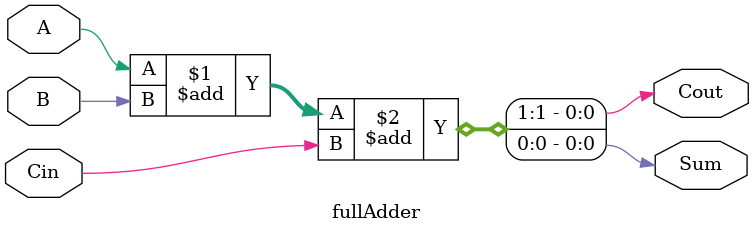
<source format=v>

module fullAdder (input A, input B, input Cin, output Sum, output Cout);
    assign {Cout, Sum} = A + B + Cin;
endmodule
</source>
